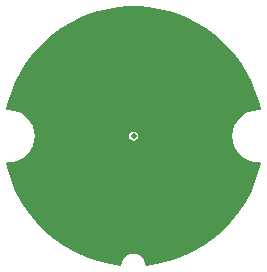
<source format=gbl>
G04*
G04 #@! TF.GenerationSoftware,Altium Limited,Altium Designer,20.2.3 (150)*
G04*
G04 Layer_Physical_Order=2*
G04 Layer_Color=10053171*
%FSLAX44Y44*%
%MOMM*%
G71*
G04*
G04 #@! TF.SameCoordinates,D726A9E5-FFE7-4BE0-B253-410C82E39F17*
G04*
G04*
G04 #@! TF.FilePolarity,Positive*
G04*
G01*
G75*
%ADD27C,0.5000*%
%ADD28C,0.6000*%
G36*
X-0Y110000D02*
X0Y110000D01*
X4322D01*
X12939Y109322D01*
X21477Y107970D01*
X29881Y105952D01*
X38102Y103281D01*
X46088Y99973D01*
X53790Y96049D01*
X61160Y91532D01*
X68153Y86452D01*
X74726Y80838D01*
X80838Y74726D01*
X86452Y68153D01*
X91532Y61160D01*
X96049Y53790D01*
X99973Y46088D01*
X103281Y38102D01*
X105952Y29881D01*
X107643Y22837D01*
X106809Y21879D01*
X105524Y22006D01*
X101231Y21583D01*
X97102Y20331D01*
X93298Y18297D01*
X89963Y15560D01*
X87227Y12226D01*
X85193Y8421D01*
X83941Y4293D01*
X83518Y0D01*
X83941Y-4293D01*
X85193Y-8421D01*
X87227Y-12226D01*
X89963Y-15560D01*
X93298Y-18297D01*
X97102Y-20331D01*
X101231Y-21583D01*
X105524Y-22006D01*
X106768Y-21883D01*
X107622Y-22823D01*
X106969Y-26182D01*
X103966Y-36317D01*
X100006Y-46117D01*
X95124Y-55492D01*
X89365Y-64356D01*
X82784Y-72628D01*
X75440Y-80230D01*
X67400Y-87093D01*
X58740Y-93153D01*
X49539Y-98356D01*
X39882Y-102652D01*
X29857Y-106003D01*
X19556Y-108377D01*
X10244Y-109599D01*
X9938Y-107272D01*
X8910Y-104791D01*
X7275Y-102660D01*
X5144Y-101025D01*
X2663Y-99997D01*
X0Y-99647D01*
X-2662Y-99997D01*
X-5144Y-101025D01*
X-7274Y-102660D01*
X-8909Y-104791D01*
X-9937Y-107272D01*
X-10244Y-109599D01*
X-19556Y-108377D01*
X-29856Y-106003D01*
X-39881Y-102652D01*
X-49539Y-98356D01*
X-58740Y-93153D01*
X-67400Y-87093D01*
X-75440Y-80230D01*
X-82784Y-72628D01*
X-89365Y-64357D01*
X-95124Y-55493D01*
X-100006Y-46117D01*
X-103966Y-36317D01*
X-106969Y-26182D01*
X-107622Y-22823D01*
X-106768Y-21883D01*
X-105524Y-22006D01*
X-101231Y-21583D01*
X-97103Y-20331D01*
X-93298Y-18297D01*
X-89963Y-15560D01*
X-87227Y-12226D01*
X-85193Y-8421D01*
X-83941Y-4293D01*
X-83518Y0D01*
X-83941Y4293D01*
X-85193Y8421D01*
X-87227Y12226D01*
X-89963Y15560D01*
X-93298Y18297D01*
X-97103Y20331D01*
X-101231Y21583D01*
X-105524Y22006D01*
X-106809Y21879D01*
X-107643Y22837D01*
X-105952Y29881D01*
X-103281Y38102D01*
X-99973Y46088D01*
X-96049Y53790D01*
X-91532Y61160D01*
X-86452Y68153D01*
X-80838Y74726D01*
X-74726Y80838D01*
X-68153Y86452D01*
X-61160Y91532D01*
X-53790Y96049D01*
X-46088Y99973D01*
X-38102Y103281D01*
X-29881Y105952D01*
X-21477Y107970D01*
X-12939Y109322D01*
X-4322Y110000D01*
X-0D01*
X-0Y110000D01*
D02*
G37*
%LPC*%
G36*
X0Y3772D02*
X-1444Y3485D01*
X-2668Y2668D01*
X-3485Y1444D01*
X-3772Y0D01*
X-3485Y-1444D01*
X-2668Y-2668D01*
X-1444Y-3485D01*
X0Y-3772D01*
X1444Y-3485D01*
X2668Y-2668D01*
X3485Y-1444D01*
X3772Y0D01*
X3485Y1444D01*
X2668Y2668D01*
X1444Y3485D01*
X0Y3772D01*
D02*
G37*
%LPD*%
D27*
Y0D02*
D03*
D28*
X35000Y-20000D02*
D03*
X20000Y-55000D02*
D03*
X-10000D02*
D03*
X5000Y-45000D02*
D03*
X20000Y0D02*
D03*
X30000Y35000D02*
D03*
X0D02*
D03*
X30000Y60000D02*
D03*
X0D02*
D03*
X-30000D02*
D03*
X-60000Y-30000D02*
D03*
Y-60000D02*
D03*
X-30000Y-90000D02*
D03*
X0D02*
D03*
X30000D02*
D03*
X60000Y-60000D02*
D03*
Y-30000D02*
D03*
Y0D02*
D03*
Y30000D02*
D03*
X-30000D02*
D03*
X-60000D02*
D03*
Y0D02*
D03*
X-30000D02*
D03*
M02*

</source>
